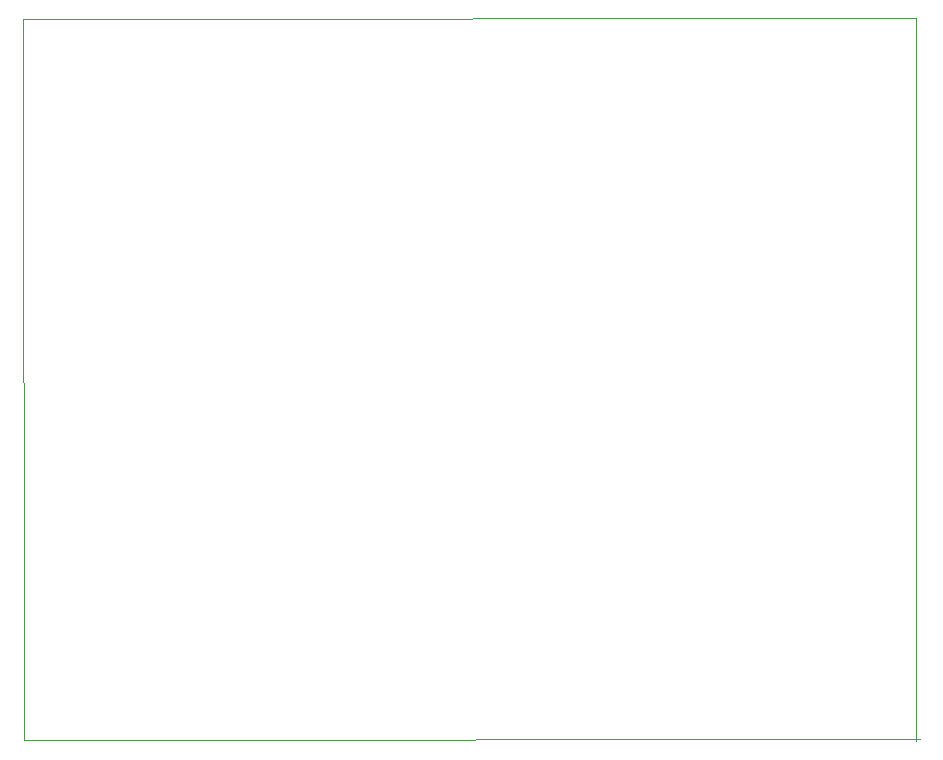
<source format=gbr>
%FSLAX34Y34*%
%MOMM*%
%LNOUTLINE*%
G71*
G01*
%ADD10C, 0.100*%
%LPD*%
G54D10*
X751681Y1191D02*
X-6747Y794D01*
X-7541Y611188D01*
X748109Y611584D01*
X748903Y-397D01*
M02*

</source>
